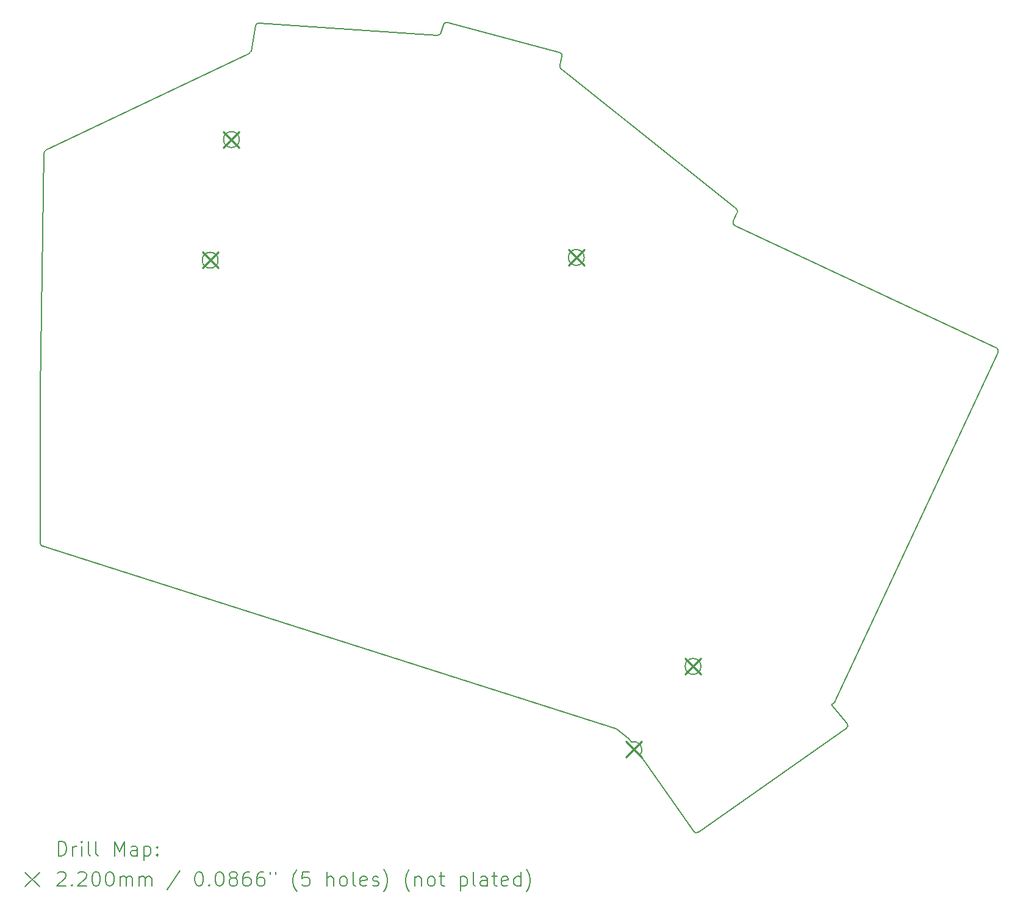
<source format=gbr>
%TF.GenerationSoftware,KiCad,Pcbnew,8.0.8+1*%
%TF.CreationDate,2025-05-19T02:25:44+00:00*%
%TF.ProjectId,backplate,6261636b-706c-4617-9465-2e6b69636164,0.2*%
%TF.SameCoordinates,Original*%
%TF.FileFunction,Drillmap*%
%TF.FilePolarity,Positive*%
%FSLAX45Y45*%
G04 Gerber Fmt 4.5, Leading zero omitted, Abs format (unit mm)*
G04 Created by KiCad (PCBNEW 8.0.8+1) date 2025-05-19 02:25:44*
%MOMM*%
%LPD*%
G01*
G04 APERTURE LIST*
%ADD10C,0.150000*%
%ADD11C,0.200000*%
%ADD12C,0.220000*%
G04 APERTURE END LIST*
D10*
X9100007Y-9126587D02*
X9154488Y-5825011D01*
X9183010Y-5780681D02*
X12001128Y-4440685D01*
X12028897Y-4404213D02*
X12090392Y-4055454D01*
X12143067Y-4014254D02*
X14616690Y-4184528D01*
X14668420Y-4147587D02*
X14697001Y-4040921D01*
X14758238Y-4005566D02*
X16308936Y-4421074D01*
X16344291Y-4482312D02*
X16313519Y-4597154D01*
X16330607Y-4649160D02*
X18762011Y-6591581D01*
X18724064Y-6763405D02*
X18776118Y-6651776D01*
X20080569Y-13476294D02*
X20299724Y-13732601D01*
X20290401Y-13806052D02*
X18238488Y-15242817D01*
X18168852Y-15230539D02*
X17425818Y-14169376D01*
X17303348Y-13994471D02*
X17272259Y-13950072D01*
X17262597Y-13939756D02*
X17106773Y-13814703D01*
X17090630Y-13806050D02*
X9134848Y-11276082D01*
X9100000Y-11228433D02*
X9100000Y-9127412D01*
X18748249Y-6829851D02*
X22371577Y-8519437D01*
X22395761Y-8585883D02*
X20137837Y-13428016D01*
X20121201Y-13447843D02*
X20080569Y-13476294D01*
X9154488Y-5825011D02*
G75*
G02*
X9183012Y-5780685I49992J-829D01*
G01*
X12028897Y-4404213D02*
G75*
G02*
X12001127Y-4440684I-49237J8683D01*
G01*
X12090392Y-4055454D02*
G75*
G02*
X12143066Y-4014260I49238J-8686D01*
G01*
X14668420Y-4147587D02*
G75*
G02*
X14616690Y-4184535I-48300J12937D01*
G01*
X14697001Y-4040921D02*
G75*
G02*
X14758240Y-4005561I48299J-12939D01*
G01*
X16308936Y-4421074D02*
G75*
G02*
X16344287Y-4482311I-12946J-48296D01*
G01*
X16330607Y-4649160D02*
G75*
G02*
X16313525Y-4597156I31213J39060D01*
G01*
X18762010Y-6591581D02*
G75*
G02*
X18776122Y-6651778I-31210J-39069D01*
G01*
X18748249Y-6829851D02*
G75*
G02*
X18724069Y-6763407I21131J45312D01*
G01*
X22371577Y-8519437D02*
G75*
G02*
X22395760Y-8585883I-21127J-45313D01*
G01*
X20137837Y-13428016D02*
G75*
G02*
X20121202Y-13447845I-45317J21126D01*
G01*
X20299724Y-13732601D02*
G75*
G02*
X20290397Y-13806047I-38004J-32489D01*
G01*
X18238488Y-15242817D02*
G75*
G02*
X18168853Y-15230538I-28678J40957D01*
G01*
X17262597Y-13939756D02*
G75*
G02*
X17272259Y-13950073I-31297J-38994D01*
G01*
X17090630Y-13806050D02*
G75*
G02*
X17106773Y-13814703I-15150J-47650D01*
G01*
X9134848Y-11276082D02*
G75*
G02*
X9099997Y-11228433I15153J47652D01*
G01*
X9100000Y-9127412D02*
G75*
G02*
X9100007Y-9126587I50050J2D01*
G01*
X11866476Y-5632457D02*
G75*
G02*
X11646476Y-5632457I-110000J0D01*
G01*
X11646476Y-5632457D02*
G75*
G02*
X11866476Y-5632457I110000J0D01*
G01*
X11571274Y-7306630D02*
G75*
G02*
X11351274Y-7306630I-110000J0D01*
G01*
X11351274Y-7306630D02*
G75*
G02*
X11571274Y-7306630I110000J0D01*
G01*
X16652656Y-7268418D02*
G75*
G02*
X16432656Y-7268418I-110000J0D01*
G01*
X16432656Y-7268418D02*
G75*
G02*
X16652656Y-7268418I110000J0D01*
G01*
X17303348Y-13994471D02*
G75*
G02*
X17425818Y-14169376I39533J-102649D01*
G01*
X18273650Y-12943031D02*
G75*
G02*
X18053650Y-12943031I-110000J0D01*
G01*
X18053650Y-12943031D02*
G75*
G02*
X18273650Y-12943031I110000J0D01*
G01*
D11*
D12*
X11351274Y-7196630D02*
X11571274Y-7416630D01*
X11571274Y-7196630D02*
X11351274Y-7416630D01*
X11646476Y-5522457D02*
X11866476Y-5742457D01*
X11866476Y-5522457D02*
X11646476Y-5742457D01*
X16432656Y-7158418D02*
X16652656Y-7378418D01*
X16652656Y-7158418D02*
X16432656Y-7378418D01*
X17232875Y-13987123D02*
X17452875Y-14207123D01*
X17452875Y-13987123D02*
X17232875Y-14207123D01*
X18053650Y-12833031D02*
X18273650Y-13053031D01*
X18273650Y-12833031D02*
X18053650Y-13053031D01*
D11*
X9353277Y-15570843D02*
X9353277Y-15370843D01*
X9353277Y-15370843D02*
X9400896Y-15370843D01*
X9400896Y-15370843D02*
X9429467Y-15380367D01*
X9429467Y-15380367D02*
X9448515Y-15399414D01*
X9448515Y-15399414D02*
X9458039Y-15418462D01*
X9458039Y-15418462D02*
X9467563Y-15456557D01*
X9467563Y-15456557D02*
X9467563Y-15485129D01*
X9467563Y-15485129D02*
X9458039Y-15523224D01*
X9458039Y-15523224D02*
X9448515Y-15542272D01*
X9448515Y-15542272D02*
X9429467Y-15561319D01*
X9429467Y-15561319D02*
X9400896Y-15570843D01*
X9400896Y-15570843D02*
X9353277Y-15570843D01*
X9553277Y-15570843D02*
X9553277Y-15437510D01*
X9553277Y-15475605D02*
X9562801Y-15456557D01*
X9562801Y-15456557D02*
X9572324Y-15447033D01*
X9572324Y-15447033D02*
X9591372Y-15437510D01*
X9591372Y-15437510D02*
X9610420Y-15437510D01*
X9677086Y-15570843D02*
X9677086Y-15437510D01*
X9677086Y-15370843D02*
X9667563Y-15380367D01*
X9667563Y-15380367D02*
X9677086Y-15389891D01*
X9677086Y-15389891D02*
X9686610Y-15380367D01*
X9686610Y-15380367D02*
X9677086Y-15370843D01*
X9677086Y-15370843D02*
X9677086Y-15389891D01*
X9800896Y-15570843D02*
X9781848Y-15561319D01*
X9781848Y-15561319D02*
X9772324Y-15542272D01*
X9772324Y-15542272D02*
X9772324Y-15370843D01*
X9905658Y-15570843D02*
X9886610Y-15561319D01*
X9886610Y-15561319D02*
X9877086Y-15542272D01*
X9877086Y-15542272D02*
X9877086Y-15370843D01*
X10134229Y-15570843D02*
X10134229Y-15370843D01*
X10134229Y-15370843D02*
X10200896Y-15513700D01*
X10200896Y-15513700D02*
X10267563Y-15370843D01*
X10267563Y-15370843D02*
X10267563Y-15570843D01*
X10448515Y-15570843D02*
X10448515Y-15466081D01*
X10448515Y-15466081D02*
X10438991Y-15447033D01*
X10438991Y-15447033D02*
X10419944Y-15437510D01*
X10419944Y-15437510D02*
X10381848Y-15437510D01*
X10381848Y-15437510D02*
X10362801Y-15447033D01*
X10448515Y-15561319D02*
X10429467Y-15570843D01*
X10429467Y-15570843D02*
X10381848Y-15570843D01*
X10381848Y-15570843D02*
X10362801Y-15561319D01*
X10362801Y-15561319D02*
X10353277Y-15542272D01*
X10353277Y-15542272D02*
X10353277Y-15523224D01*
X10353277Y-15523224D02*
X10362801Y-15504176D01*
X10362801Y-15504176D02*
X10381848Y-15494653D01*
X10381848Y-15494653D02*
X10429467Y-15494653D01*
X10429467Y-15494653D02*
X10448515Y-15485129D01*
X10543753Y-15437510D02*
X10543753Y-15637510D01*
X10543753Y-15447033D02*
X10562801Y-15437510D01*
X10562801Y-15437510D02*
X10600896Y-15437510D01*
X10600896Y-15437510D02*
X10619944Y-15447033D01*
X10619944Y-15447033D02*
X10629467Y-15456557D01*
X10629467Y-15456557D02*
X10638991Y-15475605D01*
X10638991Y-15475605D02*
X10638991Y-15532748D01*
X10638991Y-15532748D02*
X10629467Y-15551795D01*
X10629467Y-15551795D02*
X10619944Y-15561319D01*
X10619944Y-15561319D02*
X10600896Y-15570843D01*
X10600896Y-15570843D02*
X10562801Y-15570843D01*
X10562801Y-15570843D02*
X10543753Y-15561319D01*
X10724705Y-15551795D02*
X10734229Y-15561319D01*
X10734229Y-15561319D02*
X10724705Y-15570843D01*
X10724705Y-15570843D02*
X10715182Y-15561319D01*
X10715182Y-15561319D02*
X10724705Y-15551795D01*
X10724705Y-15551795D02*
X10724705Y-15570843D01*
X10724705Y-15447033D02*
X10734229Y-15456557D01*
X10734229Y-15456557D02*
X10724705Y-15466081D01*
X10724705Y-15466081D02*
X10715182Y-15456557D01*
X10715182Y-15456557D02*
X10724705Y-15447033D01*
X10724705Y-15447033D02*
X10724705Y-15466081D01*
X8892500Y-15799359D02*
X9092500Y-15999359D01*
X9092500Y-15799359D02*
X8892500Y-15999359D01*
X9343753Y-15809891D02*
X9353277Y-15800367D01*
X9353277Y-15800367D02*
X9372324Y-15790843D01*
X9372324Y-15790843D02*
X9419944Y-15790843D01*
X9419944Y-15790843D02*
X9438991Y-15800367D01*
X9438991Y-15800367D02*
X9448515Y-15809891D01*
X9448515Y-15809891D02*
X9458039Y-15828938D01*
X9458039Y-15828938D02*
X9458039Y-15847986D01*
X9458039Y-15847986D02*
X9448515Y-15876557D01*
X9448515Y-15876557D02*
X9334229Y-15990843D01*
X9334229Y-15990843D02*
X9458039Y-15990843D01*
X9543753Y-15971795D02*
X9553277Y-15981319D01*
X9553277Y-15981319D02*
X9543753Y-15990843D01*
X9543753Y-15990843D02*
X9534229Y-15981319D01*
X9534229Y-15981319D02*
X9543753Y-15971795D01*
X9543753Y-15971795D02*
X9543753Y-15990843D01*
X9629467Y-15809891D02*
X9638991Y-15800367D01*
X9638991Y-15800367D02*
X9658039Y-15790843D01*
X9658039Y-15790843D02*
X9705658Y-15790843D01*
X9705658Y-15790843D02*
X9724705Y-15800367D01*
X9724705Y-15800367D02*
X9734229Y-15809891D01*
X9734229Y-15809891D02*
X9743753Y-15828938D01*
X9743753Y-15828938D02*
X9743753Y-15847986D01*
X9743753Y-15847986D02*
X9734229Y-15876557D01*
X9734229Y-15876557D02*
X9619944Y-15990843D01*
X9619944Y-15990843D02*
X9743753Y-15990843D01*
X9867563Y-15790843D02*
X9886610Y-15790843D01*
X9886610Y-15790843D02*
X9905658Y-15800367D01*
X9905658Y-15800367D02*
X9915182Y-15809891D01*
X9915182Y-15809891D02*
X9924705Y-15828938D01*
X9924705Y-15828938D02*
X9934229Y-15867033D01*
X9934229Y-15867033D02*
X9934229Y-15914653D01*
X9934229Y-15914653D02*
X9924705Y-15952748D01*
X9924705Y-15952748D02*
X9915182Y-15971795D01*
X9915182Y-15971795D02*
X9905658Y-15981319D01*
X9905658Y-15981319D02*
X9886610Y-15990843D01*
X9886610Y-15990843D02*
X9867563Y-15990843D01*
X9867563Y-15990843D02*
X9848515Y-15981319D01*
X9848515Y-15981319D02*
X9838991Y-15971795D01*
X9838991Y-15971795D02*
X9829467Y-15952748D01*
X9829467Y-15952748D02*
X9819944Y-15914653D01*
X9819944Y-15914653D02*
X9819944Y-15867033D01*
X9819944Y-15867033D02*
X9829467Y-15828938D01*
X9829467Y-15828938D02*
X9838991Y-15809891D01*
X9838991Y-15809891D02*
X9848515Y-15800367D01*
X9848515Y-15800367D02*
X9867563Y-15790843D01*
X10058039Y-15790843D02*
X10077086Y-15790843D01*
X10077086Y-15790843D02*
X10096134Y-15800367D01*
X10096134Y-15800367D02*
X10105658Y-15809891D01*
X10105658Y-15809891D02*
X10115182Y-15828938D01*
X10115182Y-15828938D02*
X10124705Y-15867033D01*
X10124705Y-15867033D02*
X10124705Y-15914653D01*
X10124705Y-15914653D02*
X10115182Y-15952748D01*
X10115182Y-15952748D02*
X10105658Y-15971795D01*
X10105658Y-15971795D02*
X10096134Y-15981319D01*
X10096134Y-15981319D02*
X10077086Y-15990843D01*
X10077086Y-15990843D02*
X10058039Y-15990843D01*
X10058039Y-15990843D02*
X10038991Y-15981319D01*
X10038991Y-15981319D02*
X10029467Y-15971795D01*
X10029467Y-15971795D02*
X10019944Y-15952748D01*
X10019944Y-15952748D02*
X10010420Y-15914653D01*
X10010420Y-15914653D02*
X10010420Y-15867033D01*
X10010420Y-15867033D02*
X10019944Y-15828938D01*
X10019944Y-15828938D02*
X10029467Y-15809891D01*
X10029467Y-15809891D02*
X10038991Y-15800367D01*
X10038991Y-15800367D02*
X10058039Y-15790843D01*
X10210420Y-15990843D02*
X10210420Y-15857510D01*
X10210420Y-15876557D02*
X10219944Y-15867033D01*
X10219944Y-15867033D02*
X10238991Y-15857510D01*
X10238991Y-15857510D02*
X10267563Y-15857510D01*
X10267563Y-15857510D02*
X10286610Y-15867033D01*
X10286610Y-15867033D02*
X10296134Y-15886081D01*
X10296134Y-15886081D02*
X10296134Y-15990843D01*
X10296134Y-15886081D02*
X10305658Y-15867033D01*
X10305658Y-15867033D02*
X10324705Y-15857510D01*
X10324705Y-15857510D02*
X10353277Y-15857510D01*
X10353277Y-15857510D02*
X10372325Y-15867033D01*
X10372325Y-15867033D02*
X10381848Y-15886081D01*
X10381848Y-15886081D02*
X10381848Y-15990843D01*
X10477086Y-15990843D02*
X10477086Y-15857510D01*
X10477086Y-15876557D02*
X10486610Y-15867033D01*
X10486610Y-15867033D02*
X10505658Y-15857510D01*
X10505658Y-15857510D02*
X10534229Y-15857510D01*
X10534229Y-15857510D02*
X10553277Y-15867033D01*
X10553277Y-15867033D02*
X10562801Y-15886081D01*
X10562801Y-15886081D02*
X10562801Y-15990843D01*
X10562801Y-15886081D02*
X10572325Y-15867033D01*
X10572325Y-15867033D02*
X10591372Y-15857510D01*
X10591372Y-15857510D02*
X10619944Y-15857510D01*
X10619944Y-15857510D02*
X10638991Y-15867033D01*
X10638991Y-15867033D02*
X10648515Y-15886081D01*
X10648515Y-15886081D02*
X10648515Y-15990843D01*
X11038991Y-15781319D02*
X10867563Y-16038462D01*
X11296134Y-15790843D02*
X11315182Y-15790843D01*
X11315182Y-15790843D02*
X11334229Y-15800367D01*
X11334229Y-15800367D02*
X11343753Y-15809891D01*
X11343753Y-15809891D02*
X11353277Y-15828938D01*
X11353277Y-15828938D02*
X11362801Y-15867033D01*
X11362801Y-15867033D02*
X11362801Y-15914653D01*
X11362801Y-15914653D02*
X11353277Y-15952748D01*
X11353277Y-15952748D02*
X11343753Y-15971795D01*
X11343753Y-15971795D02*
X11334229Y-15981319D01*
X11334229Y-15981319D02*
X11315182Y-15990843D01*
X11315182Y-15990843D02*
X11296134Y-15990843D01*
X11296134Y-15990843D02*
X11277086Y-15981319D01*
X11277086Y-15981319D02*
X11267563Y-15971795D01*
X11267563Y-15971795D02*
X11258039Y-15952748D01*
X11258039Y-15952748D02*
X11248515Y-15914653D01*
X11248515Y-15914653D02*
X11248515Y-15867033D01*
X11248515Y-15867033D02*
X11258039Y-15828938D01*
X11258039Y-15828938D02*
X11267563Y-15809891D01*
X11267563Y-15809891D02*
X11277086Y-15800367D01*
X11277086Y-15800367D02*
X11296134Y-15790843D01*
X11448515Y-15971795D02*
X11458039Y-15981319D01*
X11458039Y-15981319D02*
X11448515Y-15990843D01*
X11448515Y-15990843D02*
X11438991Y-15981319D01*
X11438991Y-15981319D02*
X11448515Y-15971795D01*
X11448515Y-15971795D02*
X11448515Y-15990843D01*
X11581848Y-15790843D02*
X11600896Y-15790843D01*
X11600896Y-15790843D02*
X11619944Y-15800367D01*
X11619944Y-15800367D02*
X11629467Y-15809891D01*
X11629467Y-15809891D02*
X11638991Y-15828938D01*
X11638991Y-15828938D02*
X11648515Y-15867033D01*
X11648515Y-15867033D02*
X11648515Y-15914653D01*
X11648515Y-15914653D02*
X11638991Y-15952748D01*
X11638991Y-15952748D02*
X11629467Y-15971795D01*
X11629467Y-15971795D02*
X11619944Y-15981319D01*
X11619944Y-15981319D02*
X11600896Y-15990843D01*
X11600896Y-15990843D02*
X11581848Y-15990843D01*
X11581848Y-15990843D02*
X11562801Y-15981319D01*
X11562801Y-15981319D02*
X11553277Y-15971795D01*
X11553277Y-15971795D02*
X11543753Y-15952748D01*
X11543753Y-15952748D02*
X11534229Y-15914653D01*
X11534229Y-15914653D02*
X11534229Y-15867033D01*
X11534229Y-15867033D02*
X11543753Y-15828938D01*
X11543753Y-15828938D02*
X11553277Y-15809891D01*
X11553277Y-15809891D02*
X11562801Y-15800367D01*
X11562801Y-15800367D02*
X11581848Y-15790843D01*
X11762801Y-15876557D02*
X11743753Y-15867033D01*
X11743753Y-15867033D02*
X11734229Y-15857510D01*
X11734229Y-15857510D02*
X11724706Y-15838462D01*
X11724706Y-15838462D02*
X11724706Y-15828938D01*
X11724706Y-15828938D02*
X11734229Y-15809891D01*
X11734229Y-15809891D02*
X11743753Y-15800367D01*
X11743753Y-15800367D02*
X11762801Y-15790843D01*
X11762801Y-15790843D02*
X11800896Y-15790843D01*
X11800896Y-15790843D02*
X11819944Y-15800367D01*
X11819944Y-15800367D02*
X11829467Y-15809891D01*
X11829467Y-15809891D02*
X11838991Y-15828938D01*
X11838991Y-15828938D02*
X11838991Y-15838462D01*
X11838991Y-15838462D02*
X11829467Y-15857510D01*
X11829467Y-15857510D02*
X11819944Y-15867033D01*
X11819944Y-15867033D02*
X11800896Y-15876557D01*
X11800896Y-15876557D02*
X11762801Y-15876557D01*
X11762801Y-15876557D02*
X11743753Y-15886081D01*
X11743753Y-15886081D02*
X11734229Y-15895605D01*
X11734229Y-15895605D02*
X11724706Y-15914653D01*
X11724706Y-15914653D02*
X11724706Y-15952748D01*
X11724706Y-15952748D02*
X11734229Y-15971795D01*
X11734229Y-15971795D02*
X11743753Y-15981319D01*
X11743753Y-15981319D02*
X11762801Y-15990843D01*
X11762801Y-15990843D02*
X11800896Y-15990843D01*
X11800896Y-15990843D02*
X11819944Y-15981319D01*
X11819944Y-15981319D02*
X11829467Y-15971795D01*
X11829467Y-15971795D02*
X11838991Y-15952748D01*
X11838991Y-15952748D02*
X11838991Y-15914653D01*
X11838991Y-15914653D02*
X11829467Y-15895605D01*
X11829467Y-15895605D02*
X11819944Y-15886081D01*
X11819944Y-15886081D02*
X11800896Y-15876557D01*
X12010420Y-15790843D02*
X11972325Y-15790843D01*
X11972325Y-15790843D02*
X11953277Y-15800367D01*
X11953277Y-15800367D02*
X11943753Y-15809891D01*
X11943753Y-15809891D02*
X11924706Y-15838462D01*
X11924706Y-15838462D02*
X11915182Y-15876557D01*
X11915182Y-15876557D02*
X11915182Y-15952748D01*
X11915182Y-15952748D02*
X11924706Y-15971795D01*
X11924706Y-15971795D02*
X11934229Y-15981319D01*
X11934229Y-15981319D02*
X11953277Y-15990843D01*
X11953277Y-15990843D02*
X11991372Y-15990843D01*
X11991372Y-15990843D02*
X12010420Y-15981319D01*
X12010420Y-15981319D02*
X12019944Y-15971795D01*
X12019944Y-15971795D02*
X12029467Y-15952748D01*
X12029467Y-15952748D02*
X12029467Y-15905129D01*
X12029467Y-15905129D02*
X12019944Y-15886081D01*
X12019944Y-15886081D02*
X12010420Y-15876557D01*
X12010420Y-15876557D02*
X11991372Y-15867033D01*
X11991372Y-15867033D02*
X11953277Y-15867033D01*
X11953277Y-15867033D02*
X11934229Y-15876557D01*
X11934229Y-15876557D02*
X11924706Y-15886081D01*
X11924706Y-15886081D02*
X11915182Y-15905129D01*
X12200896Y-15790843D02*
X12162801Y-15790843D01*
X12162801Y-15790843D02*
X12143753Y-15800367D01*
X12143753Y-15800367D02*
X12134229Y-15809891D01*
X12134229Y-15809891D02*
X12115182Y-15838462D01*
X12115182Y-15838462D02*
X12105658Y-15876557D01*
X12105658Y-15876557D02*
X12105658Y-15952748D01*
X12105658Y-15952748D02*
X12115182Y-15971795D01*
X12115182Y-15971795D02*
X12124706Y-15981319D01*
X12124706Y-15981319D02*
X12143753Y-15990843D01*
X12143753Y-15990843D02*
X12181848Y-15990843D01*
X12181848Y-15990843D02*
X12200896Y-15981319D01*
X12200896Y-15981319D02*
X12210420Y-15971795D01*
X12210420Y-15971795D02*
X12219944Y-15952748D01*
X12219944Y-15952748D02*
X12219944Y-15905129D01*
X12219944Y-15905129D02*
X12210420Y-15886081D01*
X12210420Y-15886081D02*
X12200896Y-15876557D01*
X12200896Y-15876557D02*
X12181848Y-15867033D01*
X12181848Y-15867033D02*
X12143753Y-15867033D01*
X12143753Y-15867033D02*
X12124706Y-15876557D01*
X12124706Y-15876557D02*
X12115182Y-15886081D01*
X12115182Y-15886081D02*
X12105658Y-15905129D01*
X12296134Y-15790843D02*
X12296134Y-15828938D01*
X12372325Y-15790843D02*
X12372325Y-15828938D01*
X12667563Y-16067033D02*
X12658039Y-16057510D01*
X12658039Y-16057510D02*
X12638991Y-16028938D01*
X12638991Y-16028938D02*
X12629468Y-16009891D01*
X12629468Y-16009891D02*
X12619944Y-15981319D01*
X12619944Y-15981319D02*
X12610420Y-15933700D01*
X12610420Y-15933700D02*
X12610420Y-15895605D01*
X12610420Y-15895605D02*
X12619944Y-15847986D01*
X12619944Y-15847986D02*
X12629468Y-15819414D01*
X12629468Y-15819414D02*
X12638991Y-15800367D01*
X12638991Y-15800367D02*
X12658039Y-15771795D01*
X12658039Y-15771795D02*
X12667563Y-15762272D01*
X12838991Y-15790843D02*
X12743753Y-15790843D01*
X12743753Y-15790843D02*
X12734229Y-15886081D01*
X12734229Y-15886081D02*
X12743753Y-15876557D01*
X12743753Y-15876557D02*
X12762801Y-15867033D01*
X12762801Y-15867033D02*
X12810420Y-15867033D01*
X12810420Y-15867033D02*
X12829468Y-15876557D01*
X12829468Y-15876557D02*
X12838991Y-15886081D01*
X12838991Y-15886081D02*
X12848515Y-15905129D01*
X12848515Y-15905129D02*
X12848515Y-15952748D01*
X12848515Y-15952748D02*
X12838991Y-15971795D01*
X12838991Y-15971795D02*
X12829468Y-15981319D01*
X12829468Y-15981319D02*
X12810420Y-15990843D01*
X12810420Y-15990843D02*
X12762801Y-15990843D01*
X12762801Y-15990843D02*
X12743753Y-15981319D01*
X12743753Y-15981319D02*
X12734229Y-15971795D01*
X13086610Y-15990843D02*
X13086610Y-15790843D01*
X13172325Y-15990843D02*
X13172325Y-15886081D01*
X13172325Y-15886081D02*
X13162801Y-15867033D01*
X13162801Y-15867033D02*
X13143753Y-15857510D01*
X13143753Y-15857510D02*
X13115182Y-15857510D01*
X13115182Y-15857510D02*
X13096134Y-15867033D01*
X13096134Y-15867033D02*
X13086610Y-15876557D01*
X13296134Y-15990843D02*
X13277087Y-15981319D01*
X13277087Y-15981319D02*
X13267563Y-15971795D01*
X13267563Y-15971795D02*
X13258039Y-15952748D01*
X13258039Y-15952748D02*
X13258039Y-15895605D01*
X13258039Y-15895605D02*
X13267563Y-15876557D01*
X13267563Y-15876557D02*
X13277087Y-15867033D01*
X13277087Y-15867033D02*
X13296134Y-15857510D01*
X13296134Y-15857510D02*
X13324706Y-15857510D01*
X13324706Y-15857510D02*
X13343753Y-15867033D01*
X13343753Y-15867033D02*
X13353277Y-15876557D01*
X13353277Y-15876557D02*
X13362801Y-15895605D01*
X13362801Y-15895605D02*
X13362801Y-15952748D01*
X13362801Y-15952748D02*
X13353277Y-15971795D01*
X13353277Y-15971795D02*
X13343753Y-15981319D01*
X13343753Y-15981319D02*
X13324706Y-15990843D01*
X13324706Y-15990843D02*
X13296134Y-15990843D01*
X13477087Y-15990843D02*
X13458039Y-15981319D01*
X13458039Y-15981319D02*
X13448515Y-15962272D01*
X13448515Y-15962272D02*
X13448515Y-15790843D01*
X13629468Y-15981319D02*
X13610420Y-15990843D01*
X13610420Y-15990843D02*
X13572325Y-15990843D01*
X13572325Y-15990843D02*
X13553277Y-15981319D01*
X13553277Y-15981319D02*
X13543753Y-15962272D01*
X13543753Y-15962272D02*
X13543753Y-15886081D01*
X13543753Y-15886081D02*
X13553277Y-15867033D01*
X13553277Y-15867033D02*
X13572325Y-15857510D01*
X13572325Y-15857510D02*
X13610420Y-15857510D01*
X13610420Y-15857510D02*
X13629468Y-15867033D01*
X13629468Y-15867033D02*
X13638991Y-15886081D01*
X13638991Y-15886081D02*
X13638991Y-15905129D01*
X13638991Y-15905129D02*
X13543753Y-15924176D01*
X13715182Y-15981319D02*
X13734230Y-15990843D01*
X13734230Y-15990843D02*
X13772325Y-15990843D01*
X13772325Y-15990843D02*
X13791372Y-15981319D01*
X13791372Y-15981319D02*
X13800896Y-15962272D01*
X13800896Y-15962272D02*
X13800896Y-15952748D01*
X13800896Y-15952748D02*
X13791372Y-15933700D01*
X13791372Y-15933700D02*
X13772325Y-15924176D01*
X13772325Y-15924176D02*
X13743753Y-15924176D01*
X13743753Y-15924176D02*
X13724706Y-15914653D01*
X13724706Y-15914653D02*
X13715182Y-15895605D01*
X13715182Y-15895605D02*
X13715182Y-15886081D01*
X13715182Y-15886081D02*
X13724706Y-15867033D01*
X13724706Y-15867033D02*
X13743753Y-15857510D01*
X13743753Y-15857510D02*
X13772325Y-15857510D01*
X13772325Y-15857510D02*
X13791372Y-15867033D01*
X13867563Y-16067033D02*
X13877087Y-16057510D01*
X13877087Y-16057510D02*
X13896134Y-16028938D01*
X13896134Y-16028938D02*
X13905658Y-16009891D01*
X13905658Y-16009891D02*
X13915182Y-15981319D01*
X13915182Y-15981319D02*
X13924706Y-15933700D01*
X13924706Y-15933700D02*
X13924706Y-15895605D01*
X13924706Y-15895605D02*
X13915182Y-15847986D01*
X13915182Y-15847986D02*
X13905658Y-15819414D01*
X13905658Y-15819414D02*
X13896134Y-15800367D01*
X13896134Y-15800367D02*
X13877087Y-15771795D01*
X13877087Y-15771795D02*
X13867563Y-15762272D01*
X14229468Y-16067033D02*
X14219944Y-16057510D01*
X14219944Y-16057510D02*
X14200896Y-16028938D01*
X14200896Y-16028938D02*
X14191372Y-16009891D01*
X14191372Y-16009891D02*
X14181849Y-15981319D01*
X14181849Y-15981319D02*
X14172325Y-15933700D01*
X14172325Y-15933700D02*
X14172325Y-15895605D01*
X14172325Y-15895605D02*
X14181849Y-15847986D01*
X14181849Y-15847986D02*
X14191372Y-15819414D01*
X14191372Y-15819414D02*
X14200896Y-15800367D01*
X14200896Y-15800367D02*
X14219944Y-15771795D01*
X14219944Y-15771795D02*
X14229468Y-15762272D01*
X14305658Y-15857510D02*
X14305658Y-15990843D01*
X14305658Y-15876557D02*
X14315182Y-15867033D01*
X14315182Y-15867033D02*
X14334230Y-15857510D01*
X14334230Y-15857510D02*
X14362801Y-15857510D01*
X14362801Y-15857510D02*
X14381849Y-15867033D01*
X14381849Y-15867033D02*
X14391372Y-15886081D01*
X14391372Y-15886081D02*
X14391372Y-15990843D01*
X14515182Y-15990843D02*
X14496134Y-15981319D01*
X14496134Y-15981319D02*
X14486611Y-15971795D01*
X14486611Y-15971795D02*
X14477087Y-15952748D01*
X14477087Y-15952748D02*
X14477087Y-15895605D01*
X14477087Y-15895605D02*
X14486611Y-15876557D01*
X14486611Y-15876557D02*
X14496134Y-15867033D01*
X14496134Y-15867033D02*
X14515182Y-15857510D01*
X14515182Y-15857510D02*
X14543753Y-15857510D01*
X14543753Y-15857510D02*
X14562801Y-15867033D01*
X14562801Y-15867033D02*
X14572325Y-15876557D01*
X14572325Y-15876557D02*
X14581849Y-15895605D01*
X14581849Y-15895605D02*
X14581849Y-15952748D01*
X14581849Y-15952748D02*
X14572325Y-15971795D01*
X14572325Y-15971795D02*
X14562801Y-15981319D01*
X14562801Y-15981319D02*
X14543753Y-15990843D01*
X14543753Y-15990843D02*
X14515182Y-15990843D01*
X14638992Y-15857510D02*
X14715182Y-15857510D01*
X14667563Y-15790843D02*
X14667563Y-15962272D01*
X14667563Y-15962272D02*
X14677087Y-15981319D01*
X14677087Y-15981319D02*
X14696134Y-15990843D01*
X14696134Y-15990843D02*
X14715182Y-15990843D01*
X14934230Y-15857510D02*
X14934230Y-16057510D01*
X14934230Y-15867033D02*
X14953277Y-15857510D01*
X14953277Y-15857510D02*
X14991373Y-15857510D01*
X14991373Y-15857510D02*
X15010420Y-15867033D01*
X15010420Y-15867033D02*
X15019944Y-15876557D01*
X15019944Y-15876557D02*
X15029468Y-15895605D01*
X15029468Y-15895605D02*
X15029468Y-15952748D01*
X15029468Y-15952748D02*
X15019944Y-15971795D01*
X15019944Y-15971795D02*
X15010420Y-15981319D01*
X15010420Y-15981319D02*
X14991373Y-15990843D01*
X14991373Y-15990843D02*
X14953277Y-15990843D01*
X14953277Y-15990843D02*
X14934230Y-15981319D01*
X15143753Y-15990843D02*
X15124706Y-15981319D01*
X15124706Y-15981319D02*
X15115182Y-15962272D01*
X15115182Y-15962272D02*
X15115182Y-15790843D01*
X15305658Y-15990843D02*
X15305658Y-15886081D01*
X15305658Y-15886081D02*
X15296134Y-15867033D01*
X15296134Y-15867033D02*
X15277087Y-15857510D01*
X15277087Y-15857510D02*
X15238992Y-15857510D01*
X15238992Y-15857510D02*
X15219944Y-15867033D01*
X15305658Y-15981319D02*
X15286611Y-15990843D01*
X15286611Y-15990843D02*
X15238992Y-15990843D01*
X15238992Y-15990843D02*
X15219944Y-15981319D01*
X15219944Y-15981319D02*
X15210420Y-15962272D01*
X15210420Y-15962272D02*
X15210420Y-15943224D01*
X15210420Y-15943224D02*
X15219944Y-15924176D01*
X15219944Y-15924176D02*
X15238992Y-15914653D01*
X15238992Y-15914653D02*
X15286611Y-15914653D01*
X15286611Y-15914653D02*
X15305658Y-15905129D01*
X15372325Y-15857510D02*
X15448515Y-15857510D01*
X15400896Y-15790843D02*
X15400896Y-15962272D01*
X15400896Y-15962272D02*
X15410420Y-15981319D01*
X15410420Y-15981319D02*
X15429468Y-15990843D01*
X15429468Y-15990843D02*
X15448515Y-15990843D01*
X15591373Y-15981319D02*
X15572325Y-15990843D01*
X15572325Y-15990843D02*
X15534230Y-15990843D01*
X15534230Y-15990843D02*
X15515182Y-15981319D01*
X15515182Y-15981319D02*
X15505658Y-15962272D01*
X15505658Y-15962272D02*
X15505658Y-15886081D01*
X15505658Y-15886081D02*
X15515182Y-15867033D01*
X15515182Y-15867033D02*
X15534230Y-15857510D01*
X15534230Y-15857510D02*
X15572325Y-15857510D01*
X15572325Y-15857510D02*
X15591373Y-15867033D01*
X15591373Y-15867033D02*
X15600896Y-15886081D01*
X15600896Y-15886081D02*
X15600896Y-15905129D01*
X15600896Y-15905129D02*
X15505658Y-15924176D01*
X15772325Y-15990843D02*
X15772325Y-15790843D01*
X15772325Y-15981319D02*
X15753277Y-15990843D01*
X15753277Y-15990843D02*
X15715182Y-15990843D01*
X15715182Y-15990843D02*
X15696134Y-15981319D01*
X15696134Y-15981319D02*
X15686611Y-15971795D01*
X15686611Y-15971795D02*
X15677087Y-15952748D01*
X15677087Y-15952748D02*
X15677087Y-15895605D01*
X15677087Y-15895605D02*
X15686611Y-15876557D01*
X15686611Y-15876557D02*
X15696134Y-15867033D01*
X15696134Y-15867033D02*
X15715182Y-15857510D01*
X15715182Y-15857510D02*
X15753277Y-15857510D01*
X15753277Y-15857510D02*
X15772325Y-15867033D01*
X15848515Y-16067033D02*
X15858039Y-16057510D01*
X15858039Y-16057510D02*
X15877087Y-16028938D01*
X15877087Y-16028938D02*
X15886611Y-16009891D01*
X15886611Y-16009891D02*
X15896134Y-15981319D01*
X15896134Y-15981319D02*
X15905658Y-15933700D01*
X15905658Y-15933700D02*
X15905658Y-15895605D01*
X15905658Y-15895605D02*
X15896134Y-15847986D01*
X15896134Y-15847986D02*
X15886611Y-15819414D01*
X15886611Y-15819414D02*
X15877087Y-15800367D01*
X15877087Y-15800367D02*
X15858039Y-15771795D01*
X15858039Y-15771795D02*
X15848515Y-15762272D01*
M02*

</source>
